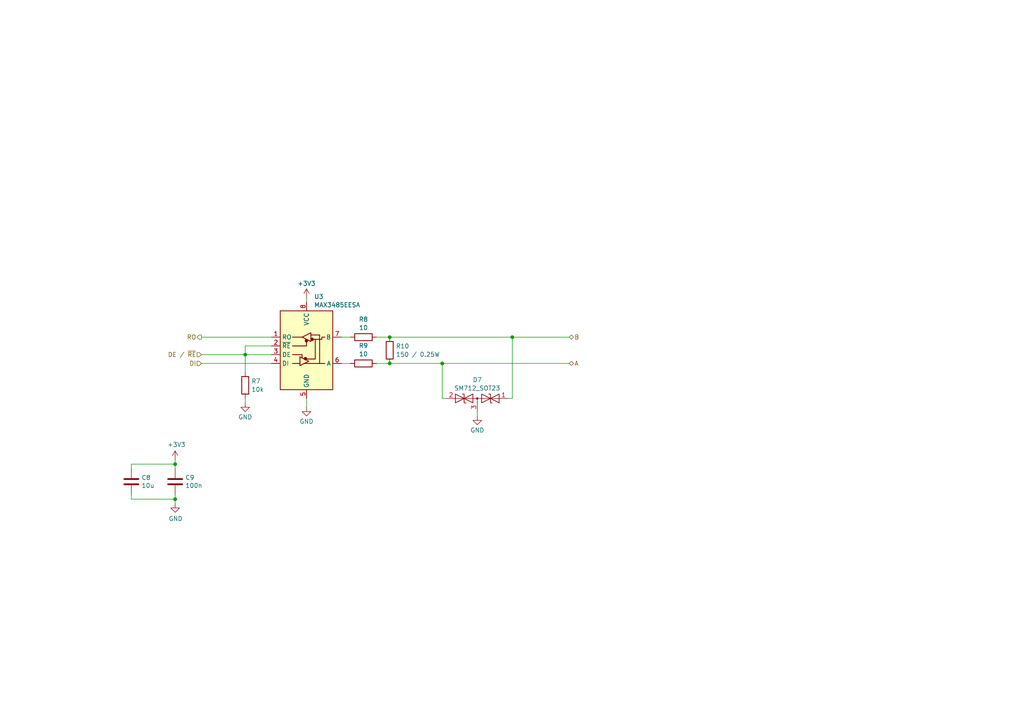
<source format=kicad_sch>
(kicad_sch (version 20230121) (generator eeschema)
  (paper "A4")
  (lib_symbols
    (symbol "Device:C" (pin_numbers hide) (pin_names (offset 0.254))
      (property "Reference" "C" (at 0.635 2.54 0))
      (property "Value" "C" (at 0.635 -2.54 0))
      (symbol "C_0_1"
        (polyline (pts (xy -2.032 -0.762) (xy 2.032 -0.762)) (stroke (width 0.508)))
        (polyline (pts (xy -2.032 0.762) (xy 2.032 0.762)) (stroke (width 0.508)))
      )
      (symbol "C_1_1"
        (pin passive line (at 0 3.81 270) (length 2.794) (name "~") (number "1"))
        (pin passive line (at 0 -3.81 90) (length 2.794) (name "~") (number "2"))
      )
    )
    (symbol "Device:R" (pin_numbers hide) (pin_names (offset 0))
      (property "Reference" "R" (at 2.032 0 90))
      (property "Value" "R" (at 0 0 90))
      (symbol "R_0_1"
        (rectangle (start -1.016 -2.54) (end 1.016 2.54) (stroke (width 0.254)))
      )
      (symbol "R_1_1"
        (pin passive line (at 0 3.81 270) (length 1.27) (name "~") (number "1"))
        (pin passive line (at 0 -3.81 90) (length 1.27) (name "~") (number "2"))
      )
    )
    (symbol "Diode:SM712_SOT23" (pin_names (offset 1.016) hide)
      (property "Reference" "D" (at 0 4.445 0))
      (property "Value" "SM712_SOT23" (at 0 2.54 0))
      (symbol "SM712_SOT23_0_0"
        (polyline (pts (xy 0 -1.27) (xy 0 0)))
      )
      (symbol "SM712_SOT23_0_1"
        (polyline (pts (xy -6.35 0) (xy 6.35 0)))
        (polyline (pts (xy -3.302 1.27) (xy -3.81 1.27) (xy -3.81 -1.27) (xy -4.318 -1.27)) (stroke (width 0.2032)))
        (polyline (pts (xy 4.318 1.27) (xy 3.81 1.27) (xy 3.81 -1.27) (xy 3.302 -1.27)) (stroke (width 0.2032)))
        (polyline (pts (xy -6.35 -1.27) (xy -1.27 1.27) (xy -1.27 -1.27) (xy -6.35 1.27) (xy -6.35 -1.27)) (stroke (width 0.2032)))
        (polyline (pts (xy 1.27 -1.27) (xy 1.27 1.27) (xy 6.35 -1.27) (xy 6.35 1.27) (xy 1.27 -1.27)) (stroke (width 0.2032)))
        (circle (center 0 0) (radius 0.254) (fill (type outline)))
      )
      (symbol "SM712_SOT23_1_1"
        (pin passive line (at -8.89 0 0) (length 2.54) (name "A1") (number "1"))
        (pin passive line (at 8.89 0 180) (length 2.54) (name "A2") (number "2"))
        (pin input line (at 0 -3.81 90) (length 2.54) (name "common") (number "3"))
      )
    )
    (symbol "Interface_UART:MAX3485"
      (property "Reference" "U" (at -6.096 11.43 0))
      (property "Value" "MAX3485" (at 0.762 11.43 0))
      (symbol "MAX3485_0_1"
        (rectangle (start -7.62 10.16) (end 7.62 -12.7) (stroke (width 0.254)) (fill (type background)))
        (circle (center -0.3048 -3.683) (radius 0.3556) (stroke (width 0.254)) (fill (type outline)))
        (circle (center -0.0254 1.4986) (radius 0.3556) (stroke (width 0.254)) (fill (type outline)))
        (polyline (pts (xy -4.064 -5.08) (xy -1.905 -5.08)) (stroke (width 0.254)))
        (polyline (pts (xy -4.064 2.54) (xy -1.27 2.54)) (stroke (width 0.254)))
        (polyline (pts (xy -1.27 -3.2004) (xy -1.27 -3.4544)) (stroke (width 0.254)))
        (polyline (pts (xy -0.635 -5.08) (xy 5.334 -5.08)) (stroke (width 0.254)))
        (polyline (pts (xy -4.064 -2.54) (xy -1.27 -2.54) (xy -1.27 -3.175)) (stroke (width 0.254)))
        (polyline (pts (xy 0 1.27) (xy 0 0) (xy -4.064 0)) (stroke (width 0.254)))
        (polyline (pts (xy 1.27 3.175) (xy 3.81 3.175) (xy 3.81 -5.08)) (stroke (width 0.254)))
        (polyline (pts (xy 2.54 1.905) (xy 2.54 -3.81) (xy 0 -3.81)) (stroke (width 0.254)))
        (polyline (pts (xy -1.905 -3.175) (xy -1.905 -5.715) (xy 0.635 -4.445) (xy -1.905 -3.175)) (stroke (width 0.254)))
        (polyline (pts (xy -1.27 2.54) (xy 1.27 3.81) (xy 1.27 1.27) (xy -1.27 2.54)) (stroke (width 0.254)))
        (polyline (pts (xy 1.905 1.905) (xy 4.445 1.905) (xy 4.445 2.54) (xy 5.334 2.54)) (stroke (width 0.254)))
        (rectangle (start 1.27 3.175) (end 1.27 3.175))
        (circle (center 1.651 1.905) (radius 0.3556) (stroke (width 0.254)) (fill (type outline)))
      )
      (symbol "MAX3485_1_1"
        (pin output line (at -10.16 2.54 0) (length 2.54) (name "RO") (number "1"))
        (pin input line (at -10.16 0 0) (length 2.54) (name "~{RE}") (number "2"))
        (pin input line (at -10.16 -2.54 0) (length 2.54) (name "DE") (number "3"))
        (pin input line (at -10.16 -5.08 0) (length 2.54) (name "DI") (number "4"))
        (pin power_in line (at 0 -15.24 90) (length 2.54) (name "GND") (number "5"))
        (pin bidirectional line (at 10.16 -5.08 180) (length 2.54) (name "A") (number "6"))
        (pin bidirectional line (at 10.16 2.54 180) (length 2.54) (name "B") (number "7"))
        (pin power_in line (at 0 12.7 270) (length 2.54) (name "VCC") (number "8"))
      )
    )
    (symbol "power:+3V3" (power) (pin_names (offset 0))
      (property "Value" "+3V3" (at 0 3.556 0))
      (symbol "+3V3_0_1"
        (polyline (pts (xy -0.762 1.27) (xy 0 2.54)))
        (polyline (pts (xy 0 0) (xy 0 2.54)))
        (polyline (pts (xy 0 2.54) (xy 0.762 1.27)))
      )
      (symbol "+3V3_1_1"
        (pin power_in line (at 0 0 90) (length 0) hide (name "+3V3") (number "1"))
      )
    )
    (symbol "power:GND" (power) (pin_names (offset 0))
      (property "Value" "GND" (at 0 -3.81 0))
      (symbol "GND_0_1"
        (polyline (pts (xy 0 0) (xy 0 -1.27) (xy 1.27 -1.27) (xy 0 -2.54) (xy -1.27 -1.27) (xy 0 -1.27)))
      )
      (symbol "GND_1_1"
        (pin power_in line (at 0 0 270) (length 0) hide (name "GND") (number "1"))
      )
    )
  )
  (junction (at 50.8 134.62))
  (junction (at 71.12 102.87))
  (junction (at 148.59 97.79))
  (junction (at 113.03 97.79))
  (junction (at 113.03 105.41))
  (junction (at 128.27 105.41))
  (junction (at 50.8 144.78))
  (wire (pts (xy 129.54 115.57) (xy 128.27 115.57)))
  (wire (pts (xy 71.12 102.87) (xy 71.12 107.95)))
  (wire (pts (xy 58.42 102.87) (xy 71.12 102.87)))
  (wire (pts (xy 38.1 143.51) (xy 38.1 144.78)))
  (wire (pts (xy 71.12 100.33) (xy 71.12 102.87)))
  (wire (pts (xy 50.8 144.78) (xy 50.8 143.51)))
  (wire (pts (xy 138.43 119.38) (xy 138.43 120.65)))
  (wire (pts (xy 50.8 135.89) (xy 50.8 134.62)))
  (wire (pts (xy 109.22 97.79) (xy 113.03 97.79)))
  (wire (pts (xy 128.27 105.41) (xy 165.1 105.41)))
  (wire (pts (xy 58.42 105.41) (xy 78.74 105.41)))
  (wire (pts (xy 148.59 115.57) (xy 147.32 115.57)))
  (wire (pts (xy 99.06 105.41) (xy 101.6 105.41)))
  (wire (pts (xy 38.1 135.89) (xy 38.1 134.62)))
  (wire (pts (xy 148.59 97.79) (xy 165.1 97.79)))
  (wire (pts (xy 128.27 115.57) (xy 128.27 105.41)))
  (wire (pts (xy 148.59 97.79) (xy 148.59 115.57)))
  (wire (pts (xy 99.06 97.79) (xy 101.6 97.79)))
  (wire (pts (xy 113.03 105.41) (xy 128.27 105.41)))
  (wire (pts (xy 88.9 115.57) (xy 88.9 118.11)))
  (wire (pts (xy 71.12 100.33) (xy 78.74 100.33)))
  (wire (pts (xy 71.12 102.87) (xy 78.74 102.87)))
  (wire (pts (xy 109.22 105.41) (xy 113.03 105.41)))
  (wire (pts (xy 88.9 86.36) (xy 88.9 87.63)))
  (wire (pts (xy 50.8 134.62) (xy 50.8 133.35)))
  (wire (pts (xy 58.42 97.79) (xy 78.74 97.79)))
  (wire (pts (xy 38.1 144.78) (xy 50.8 144.78)))
  (wire (pts (xy 71.12 115.57) (xy 71.12 116.84)))
  (wire (pts (xy 38.1 134.62) (xy 50.8 134.62)))
  (wire (pts (xy 50.8 146.05) (xy 50.8 144.78)))
  (wire (pts (xy 113.03 97.79) (xy 148.59 97.79)))
  (hierarchical_label "A" (shape bidirectional) (at 165.1 105.41 0))
  (hierarchical_label "RO" (shape output) (at 58.42 97.79 180))
  (hierarchical_label "DI" (shape input) (at 58.42 105.41 180))
  (hierarchical_label "B" (shape bidirectional) (at 165.1 97.79 0))
  (hierarchical_label "DE {slash} ~{RE}" (shape input) (at 58.42 102.87 180))
  (symbol (lib_id "power:+3V3") (at 50.8 133.35 0) (unit 1)
    (property "Reference" "#PWR022" (effects hide))
    (property "Value" "+3V3" (at 51.181 128.9558 0))
  )
  (symbol (lib_id "power:GND") (at 138.43 120.65 0) (unit 1)
    (property "Reference" "#PWR027" (effects hide))
    (property "Value" "GND" (at 138.43 124.7831 0))
  )
  (symbol (lib_id "Device:R") (at 71.12 111.76 0) (unit 1)
    (property "Reference" "R7" (at 72.898 110.5479 0) (effects (justify left)))
    (property "Value" "10k" (at 72.898 112.9721 0) (effects (justify left)))
    (property "Footprint" "Resistor_SMD:R_1206_3216Metric_Pad1.30x1.75mm_HandSolder" (effects hide))
  )
  (symbol (lib_id "Interface_UART:MAX3485") (at 88.9 100.33 0) (unit 1)
    (property "Reference" "U3" (at 91.0941 86.0257 0) (effects (justify left)))
    (property "Value" "MAX3485EESA" (at 91.0941 88.4499 0) (effects (justify left)))
    (property "Footprint" "Package_SO:SO-8_3.9x4.9mm_P1.27mm" (effects hide))
    (property "Datasheet" "https://www.tme.eu/Document/5d5b648f55bbf5771c109d6c80e174e8/MAX3483-85-86-88-90-91_E.pdf" (effects hide))
    (property "TME" "https://www.tme.eu/cz/details/max3485eesa+/integr-obvody-interface-rs232-422-485/analog-devices-maxim-integrated/" (effects hide))
  )
  (symbol (lib_id "Device:R") (at 113.03 101.6 0) (unit 1)
    (property "Reference" "R10" (at 114.808 100.3879 0) (effects (justify left)))
    (property "Value" "150 / 0.25W" (at 114.808 102.8121 0) (effects (justify left)))
    (property "Footprint" "Resistor_SMD:R_1206_3216Metric_Pad1.30x1.75mm_HandSolder" (effects hide))
  )
  (symbol (lib_id "Diode:SM712_SOT23") (at 138.43 115.57 0) (mirror y) (unit 1)
    (property "Reference" "D7" (at 138.43 110.1811 0))
    (property "Value" "SM712_SOT23" (at 138.43 112.6053 0))
    (property "Footprint" "Package_TO_SOT_SMD:SOT-23" (effects hide))
    (property "Datasheet" "https://www.tme.eu/Document/75933fc1842e5f5f3391c0542bf992c7/SM712.pdf" (effects hide))
    (property "TME" "https://www.tme.eu/cz/details/sm712-02htg-lf/ochranne-diody-site/littelfuse/sm712-02htg/" (effects hide))
  )
  (symbol (lib_id "Device:C") (at 38.1 139.7 0) (unit 1)
    (property "Reference" "C8" (at 41.021 138.5316 0) (effects (justify left)))
    (property "Value" "10u" (at 41.021 140.843 0) (effects (justify left)))
    (property "Footprint" "Capacitor_SMD:C_1206_3216Metric_Pad1.33x1.80mm_HandSolder" (effects hide))
  )
  (symbol (lib_id "Device:R") (at 105.41 105.41 90) (unit 1)
    (property "Reference" "R9" (at 105.41 100.2497 90))
    (property "Value" "10" (at 105.41 102.6739 90))
    (property "Footprint" "Resistor_SMD:R_1206_3216Metric_Pad1.30x1.75mm_HandSolder" (effects hide))
  )
  (symbol (lib_id "power:GND") (at 88.9 118.11 0) (unit 1)
    (property "Reference" "#PWR026" (effects hide))
    (property "Value" "GND" (at 88.9 122.2431 0))
  )
  (symbol (lib_id "power:GND") (at 50.8 146.05 0) (unit 1)
    (property "Reference" "#PWR023" (effects hide))
    (property "Value" "GND" (at 50.927 150.4442 0))
  )
  (symbol (lib_id "power:+3V3") (at 88.9 86.36 0) (unit 1)
    (property "Reference" "#PWR025" (effects hide))
    (property "Value" "+3V3" (at 88.9 82.2269 0))
  )
  (symbol (lib_id "Device:C") (at 50.8 139.7 0) (unit 1)
    (property "Reference" "C9" (at 53.721 138.5316 0) (effects (justify left)))
    (property "Value" "100n" (at 53.721 140.843 0) (effects (justify left)))
    (property "Footprint" "Capacitor_SMD:C_1206_3216Metric_Pad1.33x1.80mm_HandSolder" (effects hide))
  )
  (symbol (lib_id "power:GND") (at 71.12 116.84 0) (unit 1)
    (property "Reference" "#PWR024" (effects hide))
    (property "Value" "GND" (at 71.12 120.9731 0))
  )
  (symbol (lib_id "Device:R") (at 105.41 97.79 90) (unit 1)
    (property "Reference" "R8" (at 105.41 92.6297 90))
    (property "Value" "10" (at 105.41 95.0539 90))
    (property "Footprint" "Resistor_SMD:R_1206_3216Metric_Pad1.30x1.75mm_HandSolder" (effects hide))
  )
)
</source>
